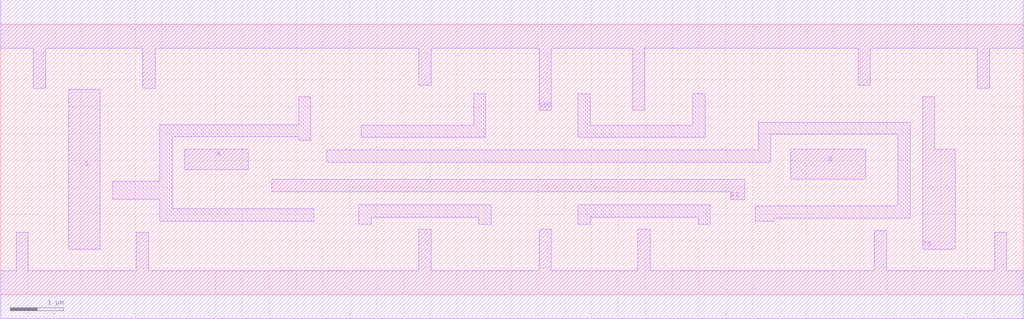
<source format=lef>
# Copyright 2022 GlobalFoundries PDK Authors
#
# Licensed under the Apache License, Version 2.0 (the "License");
# you may not use this file except in compliance with the License.
# You may obtain a copy of the License at
#
#      http://www.apache.org/licenses/LICENSE-2.0
#
# Unless required by applicable law or agreed to in writing, software
# distributed under the License is distributed on an "AS IS" BASIS,
# WITHOUT WARRANTIES OR CONDITIONS OF ANY KIND, either express or implied.
# See the License for the specific language governing permissions and
# limitations under the License.

MACRO gf180mcu_fd_sc_mcu9t5v0__addf_2
  CLASS core ;
  FOREIGN gf180mcu_fd_sc_mcu9t5v0__addf_2 0.0 0.0 ;
  ORIGIN 0 0 ;
  SYMMETRY X Y ;
  SITE GF018hv5v_green_sc9 ;
  SIZE 19.04 BY 5.04 ;
  PIN A
    DIRECTION INPUT ;
    ANTENNAGATEAREA 4.7 ;
    PORT
      LAYER Metal1 ;
        POLYGON 3.425 2.33 4.605 2.33 4.605 2.71 3.425 2.71  ;
    END
  END A
  PIN B
    DIRECTION INPUT ;
    ANTENNAGATEAREA 4.7 ;
    PORT
      LAYER Metal1 ;
        POLYGON 14.71 2.15 16.11 2.15 16.11 2.71 14.71 2.71  ;
    END
  END B
  PIN CI
    DIRECTION INPUT ;
    ANTENNAGATEAREA 3.525 ;
    PORT
      LAYER Metal1 ;
        POLYGON 5.05 1.92 5.83 1.92 9.135 1.92 13.215 1.92 13.59 1.92 13.59 1.77 13.85 1.77 13.85 2.15 13.215 2.15 9.135 2.15 5.83 2.15 5.05 2.15  ;
    END
  END CI
  PIN CO
    DIRECTION OUTPUT ;
    ANTENNADIFFAREA 1.6224 ;
    PORT
      LAYER Metal1 ;
        POLYGON 17.165 0.845 17.77 0.845 17.77 2.71 17.395 2.71 17.395 3.685 17.165 3.685  ;
    END
  END CO
  PIN S
    DIRECTION OUTPUT ;
    ANTENNADIFFAREA 1.6224 ;
    PORT
      LAYER Metal1 ;
        POLYGON 1.27 0.845 1.855 0.845 1.855 3.83 1.27 3.83  ;
    END
  END S
  PIN VDD
    DIRECTION INOUT ;
    USE power ;
    SHAPE ABUTMENT ;
    PORT
      LAYER Metal1 ;
        POLYGON 0 4.59 0.605 4.59 0.605 3.845 0.835 3.845 0.835 4.59 2.645 4.59 2.645 3.845 2.875 3.845 2.875 4.59 5.83 4.59 7.785 4.59 7.785 3.905 8.015 3.905 8.015 4.59 9.035 4.59 10.025 4.59 10.025 3.435 10.255 3.435 10.255 4.59 11.765 4.59 11.765 3.435 11.995 3.435 11.995 4.59 13.115 4.59 15.965 4.59 15.965 3.905 16.195 3.905 16.195 4.59 16.935 4.59 18.185 4.59 18.185 3.845 18.415 3.845 18.415 4.59 19.04 4.59 19.04 5.49 16.935 5.49 13.115 5.49 9.035 5.49 5.83 5.49 0 5.49  ;
    END
  END VDD
  PIN VSS
    DIRECTION INOUT ;
    USE ground ;
    SHAPE ABUTMENT ;
    PORT
      LAYER Metal1 ;
        POLYGON 0 -0.45 19.04 -0.45 19.04 0.45 18.735 0.45 18.735 1.165 18.505 1.165 18.505 0.45 16.495 0.45 16.495 1.195 16.265 1.195 16.265 0.45 12.095 0.45 12.095 1.215 11.865 1.215 11.865 0.45 10.255 0.45 10.255 1.215 10.025 1.215 10.025 0.45 8.015 0.45 8.015 1.215 7.785 1.215 7.785 0.45 2.755 0.45 2.755 1.165 2.525 1.165 2.525 0.45 0.515 0.45 0.515 1.165 0.285 1.165 0.285 0.45 0 0.45  ;
    END
  END VSS
  OBS
      LAYER Metal1 ;
        POLYGON 2.085 1.775 2.965 1.775 2.965 1.37 5.83 1.37 5.83 1.6 3.195 1.6 3.195 2.94 5.545 2.94 5.545 2.875 5.775 2.875 5.775 3.685 5.545 3.685 5.545 3.17 2.965 3.17 2.965 2.115 2.085 2.115  ;
        POLYGON 6.71 2.93 9.035 2.93 9.035 3.74 8.805 3.74 8.805 3.16 6.71 3.16  ;
        POLYGON 6.665 1.315 6.895 1.315 6.895 1.445 8.905 1.445 8.905 1.315 9.135 1.315 9.135 1.675 6.665 1.675  ;
        POLYGON 10.745 2.93 13.115 2.93 13.115 3.74 12.885 3.74 12.885 3.16 10.975 3.16 10.975 3.74 10.745 3.74  ;
        POLYGON 10.745 1.315 10.975 1.315 10.975 1.445 12.985 1.445 12.985 1.315 13.215 1.315 13.215 1.675 10.745 1.675  ;
        POLYGON 6.07 2.47 14.335 2.47 14.335 2.985 16.705 2.985 16.705 1.655 14.05 1.655 14.05 1.37 14.39 1.37 14.39 1.425 16.935 1.425 16.935 3.215 14.105 3.215 14.105 2.7 6.07 2.7  ;
  END
END gf180mcu_fd_sc_mcu9t5v0__addf_2

</source>
